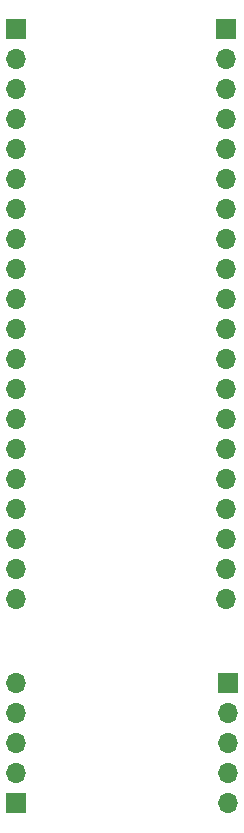
<source format=gbr>
%TF.GenerationSoftware,KiCad,Pcbnew,8.0.1*%
%TF.CreationDate,2024-05-05T17:00:51-04:00*%
%TF.ProjectId,picoboard,7069636f-626f-4617-9264-2e6b69636164,rev?*%
%TF.SameCoordinates,Original*%
%TF.FileFunction,Soldermask,Bot*%
%TF.FilePolarity,Negative*%
%FSLAX46Y46*%
G04 Gerber Fmt 4.6, Leading zero omitted, Abs format (unit mm)*
G04 Created by KiCad (PCBNEW 8.0.1) date 2024-05-05 17:00:51*
%MOMM*%
%LPD*%
G01*
G04 APERTURE LIST*
%ADD10O,1.700000X1.700000*%
%ADD11R,1.700000X1.700000*%
G04 APERTURE END LIST*
D10*
%TO.C,J4*%
X99900000Y-105340000D03*
X99900000Y-107880000D03*
X99900000Y-110420000D03*
X99900000Y-112960000D03*
D11*
X99900000Y-115500000D03*
%TD*%
%TO.C,J3*%
X117900000Y-105340000D03*
D10*
X117900000Y-107880000D03*
X117900000Y-110420000D03*
X117900000Y-112960000D03*
X117900000Y-115500000D03*
%TD*%
D11*
%TO.C,J2*%
X117700000Y-50000000D03*
D10*
X117700000Y-52540000D03*
X117700000Y-55080000D03*
X117700000Y-57620000D03*
X117700000Y-60160000D03*
X117700000Y-62700000D03*
X117700000Y-65240000D03*
X117700000Y-67780000D03*
X117700000Y-70320000D03*
X117700000Y-72860000D03*
X117700000Y-75400000D03*
X117700000Y-77940000D03*
X117700000Y-80480000D03*
X117700000Y-83020000D03*
X117700000Y-85560000D03*
X117700000Y-88100000D03*
X117700000Y-90640000D03*
X117700000Y-93180000D03*
X117700000Y-95720000D03*
X117700000Y-98260000D03*
%TD*%
D11*
%TO.C,J1*%
X99900000Y-50000000D03*
D10*
X99900000Y-52540000D03*
X99900000Y-55080000D03*
X99900000Y-57620000D03*
X99900000Y-60160000D03*
X99900000Y-62700000D03*
X99900000Y-65240000D03*
X99900000Y-67780000D03*
X99900000Y-70320000D03*
X99900000Y-72860000D03*
X99900000Y-75400000D03*
X99900000Y-77940000D03*
X99900000Y-80480000D03*
X99900000Y-83020000D03*
X99900000Y-85560000D03*
X99900000Y-88100000D03*
X99900000Y-90640000D03*
X99900000Y-93180000D03*
X99900000Y-95720000D03*
X99900000Y-98260000D03*
%TD*%
M02*

</source>
